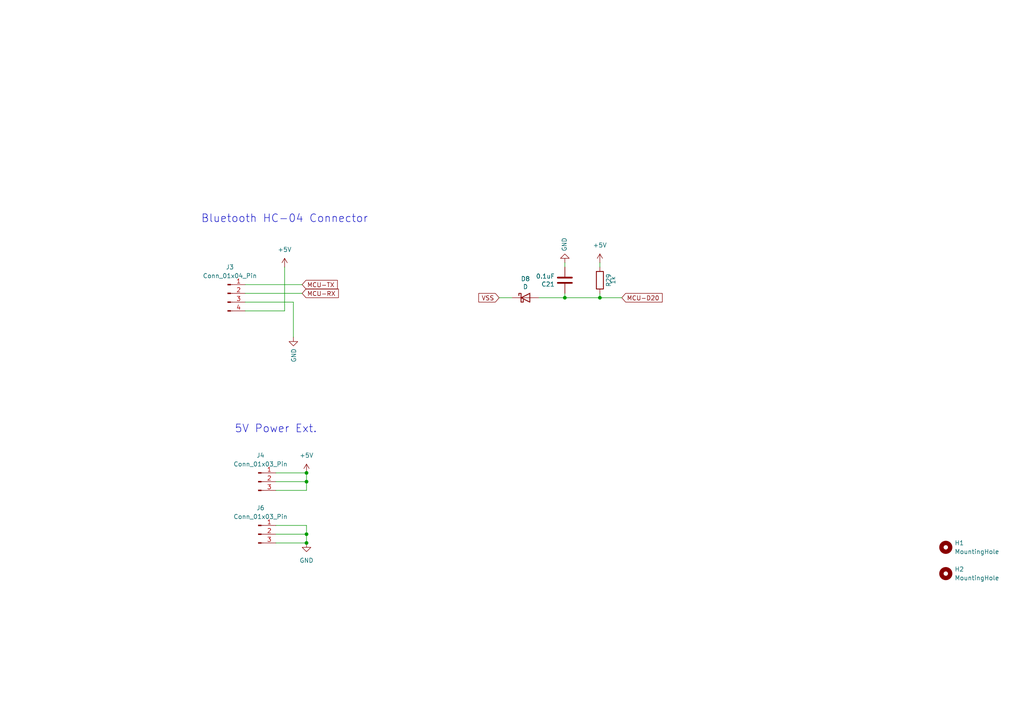
<source format=kicad_sch>
(kicad_sch
	(version 20231120)
	(generator "eeschema")
	(generator_version "8.0")
	(uuid "8157d124-2d50-496b-938e-51679b4425d5")
	(paper "A4")
	(lib_symbols
		(symbol "Connector:Conn_01x03_Pin"
			(pin_names
				(offset 1.016) hide)
			(exclude_from_sim no)
			(in_bom yes)
			(on_board yes)
			(property "Reference" "J"
				(at 0 5.08 0)
				(effects
					(font
						(size 1.27 1.27)
					)
				)
			)
			(property "Value" "Conn_01x03_Pin"
				(at 0 -5.08 0)
				(effects
					(font
						(size 1.27 1.27)
					)
				)
			)
			(property "Footprint" ""
				(at 0 0 0)
				(effects
					(font
						(size 1.27 1.27)
					)
					(hide yes)
				)
			)
			(property "Datasheet" "~"
				(at 0 0 0)
				(effects
					(font
						(size 1.27 1.27)
					)
					(hide yes)
				)
			)
			(property "Description" "Generic connector, single row, 01x03, script generated"
				(at 0 0 0)
				(effects
					(font
						(size 1.27 1.27)
					)
					(hide yes)
				)
			)
			(property "ki_locked" ""
				(at 0 0 0)
				(effects
					(font
						(size 1.27 1.27)
					)
				)
			)
			(property "ki_keywords" "connector"
				(at 0 0 0)
				(effects
					(font
						(size 1.27 1.27)
					)
					(hide yes)
				)
			)
			(property "ki_fp_filters" "Connector*:*_1x??_*"
				(at 0 0 0)
				(effects
					(font
						(size 1.27 1.27)
					)
					(hide yes)
				)
			)
			(symbol "Conn_01x03_Pin_1_1"
				(polyline
					(pts
						(xy 1.27 -2.54) (xy 0.8636 -2.54)
					)
					(stroke
						(width 0.1524)
						(type default)
					)
					(fill
						(type none)
					)
				)
				(polyline
					(pts
						(xy 1.27 0) (xy 0.8636 0)
					)
					(stroke
						(width 0.1524)
						(type default)
					)
					(fill
						(type none)
					)
				)
				(polyline
					(pts
						(xy 1.27 2.54) (xy 0.8636 2.54)
					)
					(stroke
						(width 0.1524)
						(type default)
					)
					(fill
						(type none)
					)
				)
				(rectangle
					(start 0.8636 -2.413)
					(end 0 -2.667)
					(stroke
						(width 0.1524)
						(type default)
					)
					(fill
						(type outline)
					)
				)
				(rectangle
					(start 0.8636 0.127)
					(end 0 -0.127)
					(stroke
						(width 0.1524)
						(type default)
					)
					(fill
						(type outline)
					)
				)
				(rectangle
					(start 0.8636 2.667)
					(end 0 2.413)
					(stroke
						(width 0.1524)
						(type default)
					)
					(fill
						(type outline)
					)
				)
				(pin passive line
					(at 5.08 2.54 180)
					(length 3.81)
					(name "Pin_1"
						(effects
							(font
								(size 1.27 1.27)
							)
						)
					)
					(number "1"
						(effects
							(font
								(size 1.27 1.27)
							)
						)
					)
				)
				(pin passive line
					(at 5.08 0 180)
					(length 3.81)
					(name "Pin_2"
						(effects
							(font
								(size 1.27 1.27)
							)
						)
					)
					(number "2"
						(effects
							(font
								(size 1.27 1.27)
							)
						)
					)
				)
				(pin passive line
					(at 5.08 -2.54 180)
					(length 3.81)
					(name "Pin_3"
						(effects
							(font
								(size 1.27 1.27)
							)
						)
					)
					(number "3"
						(effects
							(font
								(size 1.27 1.27)
							)
						)
					)
				)
			)
		)
		(symbol "Connector:Conn_01x04_Pin"
			(pin_names
				(offset 1.016) hide)
			(exclude_from_sim no)
			(in_bom yes)
			(on_board yes)
			(property "Reference" "J"
				(at 0 5.08 0)
				(effects
					(font
						(size 1.27 1.27)
					)
				)
			)
			(property "Value" "Conn_01x04_Pin"
				(at 0 -7.62 0)
				(effects
					(font
						(size 1.27 1.27)
					)
				)
			)
			(property "Footprint" ""
				(at 0 0 0)
				(effects
					(font
						(size 1.27 1.27)
					)
					(hide yes)
				)
			)
			(property "Datasheet" "~"
				(at 0 0 0)
				(effects
					(font
						(size 1.27 1.27)
					)
					(hide yes)
				)
			)
			(property "Description" "Generic connector, single row, 01x04, script generated"
				(at 0 0 0)
				(effects
					(font
						(size 1.27 1.27)
					)
					(hide yes)
				)
			)
			(property "ki_locked" ""
				(at 0 0 0)
				(effects
					(font
						(size 1.27 1.27)
					)
				)
			)
			(property "ki_keywords" "connector"
				(at 0 0 0)
				(effects
					(font
						(size 1.27 1.27)
					)
					(hide yes)
				)
			)
			(property "ki_fp_filters" "Connector*:*_1x??_*"
				(at 0 0 0)
				(effects
					(font
						(size 1.27 1.27)
					)
					(hide yes)
				)
			)
			(symbol "Conn_01x04_Pin_1_1"
				(polyline
					(pts
						(xy 1.27 -5.08) (xy 0.8636 -5.08)
					)
					(stroke
						(width 0.1524)
						(type default)
					)
					(fill
						(type none)
					)
				)
				(polyline
					(pts
						(xy 1.27 -2.54) (xy 0.8636 -2.54)
					)
					(stroke
						(width 0.1524)
						(type default)
					)
					(fill
						(type none)
					)
				)
				(polyline
					(pts
						(xy 1.27 0) (xy 0.8636 0)
					)
					(stroke
						(width 0.1524)
						(type default)
					)
					(fill
						(type none)
					)
				)
				(polyline
					(pts
						(xy 1.27 2.54) (xy 0.8636 2.54)
					)
					(stroke
						(width 0.1524)
						(type default)
					)
					(fill
						(type none)
					)
				)
				(rectangle
					(start 0.8636 -4.953)
					(end 0 -5.207)
					(stroke
						(width 0.1524)
						(type default)
					)
					(fill
						(type outline)
					)
				)
				(rectangle
					(start 0.8636 -2.413)
					(end 0 -2.667)
					(stroke
						(width 0.1524)
						(type default)
					)
					(fill
						(type outline)
					)
				)
				(rectangle
					(start 0.8636 0.127)
					(end 0 -0.127)
					(stroke
						(width 0.1524)
						(type default)
					)
					(fill
						(type outline)
					)
				)
				(rectangle
					(start 0.8636 2.667)
					(end 0 2.413)
					(stroke
						(width 0.1524)
						(type default)
					)
					(fill
						(type outline)
					)
				)
				(pin passive line
					(at 5.08 2.54 180)
					(length 3.81)
					(name "Pin_1"
						(effects
							(font
								(size 1.27 1.27)
							)
						)
					)
					(number "1"
						(effects
							(font
								(size 1.27 1.27)
							)
						)
					)
				)
				(pin passive line
					(at 5.08 0 180)
					(length 3.81)
					(name "Pin_2"
						(effects
							(font
								(size 1.27 1.27)
							)
						)
					)
					(number "2"
						(effects
							(font
								(size 1.27 1.27)
							)
						)
					)
				)
				(pin passive line
					(at 5.08 -2.54 180)
					(length 3.81)
					(name "Pin_3"
						(effects
							(font
								(size 1.27 1.27)
							)
						)
					)
					(number "3"
						(effects
							(font
								(size 1.27 1.27)
							)
						)
					)
				)
				(pin passive line
					(at 5.08 -5.08 180)
					(length 3.81)
					(name "Pin_4"
						(effects
							(font
								(size 1.27 1.27)
							)
						)
					)
					(number "4"
						(effects
							(font
								(size 1.27 1.27)
							)
						)
					)
				)
			)
		)
		(symbol "Device:C"
			(pin_numbers hide)
			(pin_names
				(offset 0.254)
			)
			(exclude_from_sim no)
			(in_bom yes)
			(on_board yes)
			(property "Reference" "C"
				(at 0.635 2.54 0)
				(effects
					(font
						(size 1.27 1.27)
					)
					(justify left)
				)
			)
			(property "Value" "C"
				(at 0.635 -2.54 0)
				(effects
					(font
						(size 1.27 1.27)
					)
					(justify left)
				)
			)
			(property "Footprint" ""
				(at 0.9652 -3.81 0)
				(effects
					(font
						(size 1.27 1.27)
					)
					(hide yes)
				)
			)
			(property "Datasheet" "~"
				(at 0 0 0)
				(effects
					(font
						(size 1.27 1.27)
					)
					(hide yes)
				)
			)
			(property "Description" "Unpolarized capacitor"
				(at 0 0 0)
				(effects
					(font
						(size 1.27 1.27)
					)
					(hide yes)
				)
			)
			(property "ki_keywords" "cap capacitor"
				(at 0 0 0)
				(effects
					(font
						(size 1.27 1.27)
					)
					(hide yes)
				)
			)
			(property "ki_fp_filters" "C_*"
				(at 0 0 0)
				(effects
					(font
						(size 1.27 1.27)
					)
					(hide yes)
				)
			)
			(symbol "C_0_1"
				(polyline
					(pts
						(xy -2.032 -0.762) (xy 2.032 -0.762)
					)
					(stroke
						(width 0.508)
						(type default)
					)
					(fill
						(type none)
					)
				)
				(polyline
					(pts
						(xy -2.032 0.762) (xy 2.032 0.762)
					)
					(stroke
						(width 0.508)
						(type default)
					)
					(fill
						(type none)
					)
				)
			)
			(symbol "C_1_1"
				(pin passive line
					(at 0 3.81 270)
					(length 2.794)
					(name "~"
						(effects
							(font
								(size 1.27 1.27)
							)
						)
					)
					(number "1"
						(effects
							(font
								(size 1.27 1.27)
							)
						)
					)
				)
				(pin passive line
					(at 0 -3.81 90)
					(length 2.794)
					(name "~"
						(effects
							(font
								(size 1.27 1.27)
							)
						)
					)
					(number "2"
						(effects
							(font
								(size 1.27 1.27)
							)
						)
					)
				)
			)
		)
		(symbol "Device:D_Schottky"
			(pin_numbers hide)
			(pin_names
				(offset 1.016) hide)
			(exclude_from_sim no)
			(in_bom yes)
			(on_board yes)
			(property "Reference" "D"
				(at 0 2.54 0)
				(effects
					(font
						(size 1.27 1.27)
					)
				)
			)
			(property "Value" "D_Schottky"
				(at 0 -2.54 0)
				(effects
					(font
						(size 1.27 1.27)
					)
				)
			)
			(property "Footprint" ""
				(at 0 0 0)
				(effects
					(font
						(size 1.27 1.27)
					)
					(hide yes)
				)
			)
			(property "Datasheet" "~"
				(at 0 0 0)
				(effects
					(font
						(size 1.27 1.27)
					)
					(hide yes)
				)
			)
			(property "Description" "Schottky diode"
				(at 0 0 0)
				(effects
					(font
						(size 1.27 1.27)
					)
					(hide yes)
				)
			)
			(property "ki_keywords" "diode Schottky"
				(at 0 0 0)
				(effects
					(font
						(size 1.27 1.27)
					)
					(hide yes)
				)
			)
			(property "ki_fp_filters" "TO-???* *_Diode_* *SingleDiode* D_*"
				(at 0 0 0)
				(effects
					(font
						(size 1.27 1.27)
					)
					(hide yes)
				)
			)
			(symbol "D_Schottky_0_1"
				(polyline
					(pts
						(xy 1.27 0) (xy -1.27 0)
					)
					(stroke
						(width 0)
						(type default)
					)
					(fill
						(type none)
					)
				)
				(polyline
					(pts
						(xy 1.27 1.27) (xy 1.27 -1.27) (xy -1.27 0) (xy 1.27 1.27)
					)
					(stroke
						(width 0.254)
						(type default)
					)
					(fill
						(type none)
					)
				)
				(polyline
					(pts
						(xy -1.905 0.635) (xy -1.905 1.27) (xy -1.27 1.27) (xy -1.27 -1.27) (xy -0.635 -1.27) (xy -0.635 -0.635)
					)
					(stroke
						(width 0.254)
						(type default)
					)
					(fill
						(type none)
					)
				)
			)
			(symbol "D_Schottky_1_1"
				(pin passive line
					(at -3.81 0 0)
					(length 2.54)
					(name "K"
						(effects
							(font
								(size 1.27 1.27)
							)
						)
					)
					(number "1"
						(effects
							(font
								(size 1.27 1.27)
							)
						)
					)
				)
				(pin passive line
					(at 3.81 0 180)
					(length 2.54)
					(name "A"
						(effects
							(font
								(size 1.27 1.27)
							)
						)
					)
					(number "2"
						(effects
							(font
								(size 1.27 1.27)
							)
						)
					)
				)
			)
		)
		(symbol "Device:R"
			(pin_numbers hide)
			(pin_names
				(offset 0)
			)
			(exclude_from_sim no)
			(in_bom yes)
			(on_board yes)
			(property "Reference" "R"
				(at 2.032 0 90)
				(effects
					(font
						(size 1.27 1.27)
					)
				)
			)
			(property "Value" "R"
				(at 0 0 90)
				(effects
					(font
						(size 1.27 1.27)
					)
				)
			)
			(property "Footprint" ""
				(at -1.778 0 90)
				(effects
					(font
						(size 1.27 1.27)
					)
					(hide yes)
				)
			)
			(property "Datasheet" "~"
				(at 0 0 0)
				(effects
					(font
						(size 1.27 1.27)
					)
					(hide yes)
				)
			)
			(property "Description" "Resistor"
				(at 0 0 0)
				(effects
					(font
						(size 1.27 1.27)
					)
					(hide yes)
				)
			)
			(property "ki_keywords" "R res resistor"
				(at 0 0 0)
				(effects
					(font
						(size 1.27 1.27)
					)
					(hide yes)
				)
			)
			(property "ki_fp_filters" "R_*"
				(at 0 0 0)
				(effects
					(font
						(size 1.27 1.27)
					)
					(hide yes)
				)
			)
			(symbol "R_0_1"
				(rectangle
					(start -1.016 -2.54)
					(end 1.016 2.54)
					(stroke
						(width 0.254)
						(type default)
					)
					(fill
						(type none)
					)
				)
			)
			(symbol "R_1_1"
				(pin passive line
					(at 0 3.81 270)
					(length 1.27)
					(name "~"
						(effects
							(font
								(size 1.27 1.27)
							)
						)
					)
					(number "1"
						(effects
							(font
								(size 1.27 1.27)
							)
						)
					)
				)
				(pin passive line
					(at 0 -3.81 90)
					(length 1.27)
					(name "~"
						(effects
							(font
								(size 1.27 1.27)
							)
						)
					)
					(number "2"
						(effects
							(font
								(size 1.27 1.27)
							)
						)
					)
				)
			)
		)
		(symbol "Mechanical:MountingHole"
			(pin_names
				(offset 1.016)
			)
			(exclude_from_sim yes)
			(in_bom no)
			(on_board yes)
			(property "Reference" "H"
				(at 0 5.08 0)
				(effects
					(font
						(size 1.27 1.27)
					)
				)
			)
			(property "Value" "MountingHole"
				(at 0 3.175 0)
				(effects
					(font
						(size 1.27 1.27)
					)
				)
			)
			(property "Footprint" ""
				(at 0 0 0)
				(effects
					(font
						(size 1.27 1.27)
					)
					(hide yes)
				)
			)
			(property "Datasheet" "~"
				(at 0 0 0)
				(effects
					(font
						(size 1.27 1.27)
					)
					(hide yes)
				)
			)
			(property "Description" "Mounting Hole without connection"
				(at 0 0 0)
				(effects
					(font
						(size 1.27 1.27)
					)
					(hide yes)
				)
			)
			(property "ki_keywords" "mounting hole"
				(at 0 0 0)
				(effects
					(font
						(size 1.27 1.27)
					)
					(hide yes)
				)
			)
			(property "ki_fp_filters" "MountingHole*"
				(at 0 0 0)
				(effects
					(font
						(size 1.27 1.27)
					)
					(hide yes)
				)
			)
			(symbol "MountingHole_0_1"
				(circle
					(center 0 0)
					(radius 1.27)
					(stroke
						(width 1.27)
						(type default)
					)
					(fill
						(type none)
					)
				)
			)
		)
		(symbol "power:+5V"
			(power)
			(pin_numbers hide)
			(pin_names
				(offset 0) hide)
			(exclude_from_sim no)
			(in_bom yes)
			(on_board yes)
			(property "Reference" "#PWR"
				(at 0 -3.81 0)
				(effects
					(font
						(size 1.27 1.27)
					)
					(hide yes)
				)
			)
			(property "Value" "+5V"
				(at 0 3.556 0)
				(effects
					(font
						(size 1.27 1.27)
					)
				)
			)
			(property "Footprint" ""
				(at 0 0 0)
				(effects
					(font
						(size 1.27 1.27)
					)
					(hide yes)
				)
			)
			(property "Datasheet" ""
				(at 0 0 0)
				(effects
					(font
						(size 1.27 1.27)
					)
					(hide yes)
				)
			)
			(property "Description" "Power symbol creates a global label with name \"+5V\""
				(at 0 0 0)
				(effects
					(font
						(size 1.27 1.27)
					)
					(hide yes)
				)
			)
			(property "ki_keywords" "global power"
				(at 0 0 0)
				(effects
					(font
						(size 1.27 1.27)
					)
					(hide yes)
				)
			)
			(symbol "+5V_0_1"
				(polyline
					(pts
						(xy -0.762 1.27) (xy 0 2.54)
					)
					(stroke
						(width 0)
						(type default)
					)
					(fill
						(type none)
					)
				)
				(polyline
					(pts
						(xy 0 0) (xy 0 2.54)
					)
					(stroke
						(width 0)
						(type default)
					)
					(fill
						(type none)
					)
				)
				(polyline
					(pts
						(xy 0 2.54) (xy 0.762 1.27)
					)
					(stroke
						(width 0)
						(type default)
					)
					(fill
						(type none)
					)
				)
			)
			(symbol "+5V_1_1"
				(pin power_in line
					(at 0 0 90)
					(length 0)
					(name "~"
						(effects
							(font
								(size 1.27 1.27)
							)
						)
					)
					(number "1"
						(effects
							(font
								(size 1.27 1.27)
							)
						)
					)
				)
			)
		)
		(symbol "power:GND"
			(power)
			(pin_numbers hide)
			(pin_names
				(offset 0) hide)
			(exclude_from_sim no)
			(in_bom yes)
			(on_board yes)
			(property "Reference" "#PWR"
				(at 0 -6.35 0)
				(effects
					(font
						(size 1.27 1.27)
					)
					(hide yes)
				)
			)
			(property "Value" "GND"
				(at 0 -3.81 0)
				(effects
					(font
						(size 1.27 1.27)
					)
				)
			)
			(property "Footprint" ""
				(at 0 0 0)
				(effects
					(font
						(size 1.27 1.27)
					)
					(hide yes)
				)
			)
			(property "Datasheet" ""
				(at 0 0 0)
				(effects
					(font
						(size 1.27 1.27)
					)
					(hide yes)
				)
			)
			(property "Description" "Power symbol creates a global label with name \"GND\" , ground"
				(at 0 0 0)
				(effects
					(font
						(size 1.27 1.27)
					)
					(hide yes)
				)
			)
			(property "ki_keywords" "global power"
				(at 0 0 0)
				(effects
					(font
						(size 1.27 1.27)
					)
					(hide yes)
				)
			)
			(symbol "GND_0_1"
				(polyline
					(pts
						(xy 0 0) (xy 0 -1.27) (xy 1.27 -1.27) (xy 0 -2.54) (xy -1.27 -1.27) (xy 0 -1.27)
					)
					(stroke
						(width 0)
						(type default)
					)
					(fill
						(type none)
					)
				)
			)
			(symbol "GND_1_1"
				(pin power_in line
					(at 0 0 270)
					(length 0)
					(name "~"
						(effects
							(font
								(size 1.27 1.27)
							)
						)
					)
					(number "1"
						(effects
							(font
								(size 1.27 1.27)
							)
						)
					)
				)
			)
		)
	)
	(junction
		(at 163.83 86.36)
		(diameter 0)
		(color 0 0 0 0)
		(uuid "0d075aa5-e6fc-426f-9997-7d2c1b88a6ad")
	)
	(junction
		(at 88.9 154.94)
		(diameter 0)
		(color 0 0 0 0)
		(uuid "2b5033c8-604c-402b-aca7-2152f4a0c7fb")
	)
	(junction
		(at 88.9 139.7)
		(diameter 0)
		(color 0 0 0 0)
		(uuid "7edca565-a7b9-47d3-b140-663ffe6f506d")
	)
	(junction
		(at 88.9 157.48)
		(diameter 0)
		(color 0 0 0 0)
		(uuid "83d64646-ca54-4e6c-9c28-558122062bc4")
	)
	(junction
		(at 88.9 137.16)
		(diameter 0)
		(color 0 0 0 0)
		(uuid "8aa4ccb3-19b0-4e61-891d-d608e814add0")
	)
	(junction
		(at 173.99 86.36)
		(diameter 0)
		(color 0 0 0 0)
		(uuid "f4fc8650-f1d3-443e-9882-6159435e5430")
	)
	(wire
		(pts
			(xy 80.01 142.24) (xy 88.9 142.24)
		)
		(stroke
			(width 0)
			(type default)
		)
		(uuid "0f2b44e2-c8ef-4453-b30f-e80f9fc4f6b4")
	)
	(wire
		(pts
			(xy 80.01 157.48) (xy 88.9 157.48)
		)
		(stroke
			(width 0)
			(type default)
		)
		(uuid "2d1014c3-17ed-43c2-9724-321708c2ccfc")
	)
	(wire
		(pts
			(xy 80.01 137.16) (xy 88.9 137.16)
		)
		(stroke
			(width 0)
			(type default)
		)
		(uuid "2e07b8f0-8bad-4c42-98c7-f57e8ef655a5")
	)
	(wire
		(pts
			(xy 173.99 85.09) (xy 173.99 86.36)
		)
		(stroke
			(width 0)
			(type default)
		)
		(uuid "38eef26e-a5e3-47fd-9e35-4afad7cad984")
	)
	(wire
		(pts
			(xy 88.9 154.94) (xy 88.9 152.4)
		)
		(stroke
			(width 0)
			(type default)
		)
		(uuid "3d62756f-c007-4abe-9766-8ff8e677749e")
	)
	(wire
		(pts
			(xy 82.55 77.47) (xy 82.55 90.17)
		)
		(stroke
			(width 0)
			(type default)
		)
		(uuid "583684b8-9ae8-4b0e-91df-e6885a23d7c3")
	)
	(wire
		(pts
			(xy 80.01 154.94) (xy 88.9 154.94)
		)
		(stroke
			(width 0)
			(type default)
		)
		(uuid "5a101299-f3b4-4015-a38f-be5a36f8707f")
	)
	(wire
		(pts
			(xy 71.12 82.55) (xy 87.63 82.55)
		)
		(stroke
			(width 0)
			(type default)
		)
		(uuid "5b6872fb-1b0d-4243-9328-70563d3dbfcb")
	)
	(wire
		(pts
			(xy 163.83 86.36) (xy 163.83 85.09)
		)
		(stroke
			(width 0)
			(type default)
		)
		(uuid "5e25a40e-431c-40c9-9519-e232ce981428")
	)
	(wire
		(pts
			(xy 88.9 154.94) (xy 88.9 157.48)
		)
		(stroke
			(width 0)
			(type default)
		)
		(uuid "6b8c76c0-105b-4ef2-8cc0-e64dd04b521a")
	)
	(wire
		(pts
			(xy 88.9 142.24) (xy 88.9 139.7)
		)
		(stroke
			(width 0)
			(type default)
		)
		(uuid "6fe2b2c0-5699-42b4-8639-323b78f34c0c")
	)
	(wire
		(pts
			(xy 173.99 76.2) (xy 173.99 77.47)
		)
		(stroke
			(width 0)
			(type default)
		)
		(uuid "9abd7f18-1b91-48b6-b1e2-40dc4290b8d9")
	)
	(wire
		(pts
			(xy 71.12 90.17) (xy 82.55 90.17)
		)
		(stroke
			(width 0)
			(type default)
		)
		(uuid "a5dd3526-e61c-4513-aada-e555f5b132b0")
	)
	(wire
		(pts
			(xy 88.9 139.7) (xy 88.9 137.16)
		)
		(stroke
			(width 0)
			(type default)
		)
		(uuid "a8814804-645c-43c4-b48c-0ad884baa12b")
	)
	(wire
		(pts
			(xy 173.99 86.36) (xy 180.34 86.36)
		)
		(stroke
			(width 0)
			(type default)
		)
		(uuid "b5fc3bc9-3e55-4ac6-83c1-8ad1c2d44987")
	)
	(wire
		(pts
			(xy 85.09 87.63) (xy 85.09 97.79)
		)
		(stroke
			(width 0)
			(type default)
		)
		(uuid "bdf04894-7a76-4818-853e-71fa8d95fed3")
	)
	(wire
		(pts
			(xy 88.9 152.4) (xy 80.01 152.4)
		)
		(stroke
			(width 0)
			(type default)
		)
		(uuid "d30bf6d9-b4d7-4d77-8bbb-cb053e606f60")
	)
	(wire
		(pts
			(xy 156.21 86.36) (xy 163.83 86.36)
		)
		(stroke
			(width 0)
			(type default)
		)
		(uuid "d4ed5bb6-4e87-44ae-b5b1-4d1c7b28956f")
	)
	(wire
		(pts
			(xy 71.12 85.09) (xy 87.63 85.09)
		)
		(stroke
			(width 0)
			(type default)
		)
		(uuid "d6916582-3dcd-44ca-a427-bb3cf7973c63")
	)
	(wire
		(pts
			(xy 163.83 86.36) (xy 173.99 86.36)
		)
		(stroke
			(width 0)
			(type default)
		)
		(uuid "d6cbae5f-bd21-4e45-a140-bd28b6c728e2")
	)
	(wire
		(pts
			(xy 144.78 86.36) (xy 148.59 86.36)
		)
		(stroke
			(width 0)
			(type default)
		)
		(uuid "dbff2093-ee5c-4b42-9239-35fc2dbfb859")
	)
	(wire
		(pts
			(xy 163.83 76.2) (xy 163.83 77.47)
		)
		(stroke
			(width 0)
			(type default)
		)
		(uuid "e55883b5-4670-471d-b76f-fdd16ee4c376")
	)
	(wire
		(pts
			(xy 80.01 139.7) (xy 88.9 139.7)
		)
		(stroke
			(width 0)
			(type default)
		)
		(uuid "ee5b7bb8-7619-48fd-8998-58770e89c5c2")
	)
	(wire
		(pts
			(xy 71.12 87.63) (xy 85.09 87.63)
		)
		(stroke
			(width 0)
			(type default)
		)
		(uuid "f5a78cbf-c929-4a8d-8ce0-c4f32c87e8ee")
	)
	(text "Bluetooth HC-04 Connector"
		(exclude_from_sim no)
		(at 82.55 63.5 0)
		(effects
			(font
				(size 2.2606 2.2606)
			)
		)
		(uuid "0d1c9f6f-4541-4981-906d-b6ea31e2024d")
	)
	(text "5V Power Ext."
		(exclude_from_sim no)
		(at 80.01 124.46 0)
		(effects
			(font
				(size 2.2606 2.2606)
			)
		)
		(uuid "271dcd50-aee3-43a1-9b25-675232c7952b")
	)
	(global_label "MCU-D20"
		(shape input)
		(at 180.34 86.36 0)
		(effects
			(font
				(size 1.27 1.27)
			)
			(justify left)
		)
		(uuid "13941997-3bb4-4337-a02d-b68669128efc")
		(property "Intersheetrefs" "${INTERSHEET_REFS}"
			(at 180.34 86.36 0)
			(effects
				(font
					(size 1.27 1.27)
				)
				(hide yes)
			)
		)
	)
	(global_label "MCU-TX"
		(shape input)
		(at 87.63 82.55 0)
		(fields_autoplaced yes)
		(effects
			(font
				(size 1.27 1.27)
			)
			(justify left)
		)
		(uuid "20398278-bdc4-43e5-83d5-196e194052a1")
		(property "Intersheetrefs" "${INTERSHEET_REFS}"
			(at 98.4166 82.55 0)
			(effects
				(font
					(size 1.27 1.27)
				)
				(justify left)
				(hide yes)
			)
		)
	)
	(global_label "MCU-RX"
		(shape input)
		(at 87.63 85.09 0)
		(fields_autoplaced yes)
		(effects
			(font
				(size 1.27 1.27)
			)
			(justify left)
		)
		(uuid "9217f014-5b4d-4615-a5e9-1961399f044c")
		(property "Intersheetrefs" "${INTERSHEET_REFS}"
			(at 98.719 85.09 0)
			(effects
				(font
					(size 1.27 1.27)
				)
				(justify left)
				(hide yes)
			)
		)
	)
	(global_label "VSS"
		(shape input)
		(at 144.78 86.36 180)
		(effects
			(font
				(size 1.27 1.27)
			)
			(justify right)
		)
		(uuid "bc63c4b0-dcfc-44cd-8314-b85a6437e186")
		(property "Intersheetrefs" "${INTERSHEET_REFS}"
			(at 144.78 86.36 0)
			(effects
				(font
					(size 1.27 1.27)
				)
				(hide yes)
			)
		)
	)
	(symbol
		(lib_id "power:+5V")
		(at 88.9 137.16 0)
		(unit 1)
		(exclude_from_sim no)
		(in_bom yes)
		(on_board yes)
		(dnp no)
		(fields_autoplaced yes)
		(uuid "2c30da78-9a2d-4901-8501-17253eee23cc")
		(property "Reference" "#PWR079"
			(at 88.9 140.97 0)
			(effects
				(font
					(size 1.27 1.27)
				)
				(hide yes)
			)
		)
		(property "Value" "+5V"
			(at 88.9 132.08 0)
			(effects
				(font
					(size 1.27 1.27)
				)
			)
		)
		(property "Footprint" ""
			(at 88.9 137.16 0)
			(effects
				(font
					(size 1.27 1.27)
				)
				(hide yes)
			)
		)
		(property "Datasheet" ""
			(at 88.9 137.16 0)
			(effects
				(font
					(size 1.27 1.27)
				)
				(hide yes)
			)
		)
		(property "Description" "Power symbol creates a global label with name \"+5V\""
			(at 88.9 137.16 0)
			(effects
				(font
					(size 1.27 1.27)
				)
				(hide yes)
			)
		)
		(pin "1"
			(uuid "38cc1655-e5c9-4a5c-ab55-cf90404e5162")
		)
		(instances
			(project "miatuino"
				(path "/329447bb-9635-4655-82bd-882420dc65dc/4719067f-c5a8-4b3f-b732-f20d62afbea1"
					(reference "#PWR079")
					(unit 1)
				)
			)
		)
	)
	(symbol
		(lib_id "Mechanical:MountingHole")
		(at 274.32 166.37 0)
		(unit 1)
		(exclude_from_sim yes)
		(in_bom no)
		(on_board yes)
		(dnp no)
		(fields_autoplaced yes)
		(uuid "43d55f8c-1a9b-4cd0-b814-a643ec4ad19c")
		(property "Reference" "H2"
			(at 276.86 165.0999 0)
			(effects
				(font
					(size 1.27 1.27)
				)
				(justify left)
			)
		)
		(property "Value" "MountingHole"
			(at 276.86 167.6399 0)
			(effects
				(font
					(size 1.27 1.27)
				)
				(justify left)
			)
		)
		(property "Footprint" "MountingHole:MountingHole_3.2mm_M3_DIN965_Pad"
			(at 274.32 166.37 0)
			(effects
				(font
					(size 1.27 1.27)
				)
				(hide yes)
			)
		)
		(property "Datasheet" "~"
			(at 274.32 166.37 0)
			(effects
				(font
					(size 1.27 1.27)
				)
				(hide yes)
			)
		)
		(property "Description" "Mounting Hole without connection"
			(at 274.32 166.37 0)
			(effects
				(font
					(size 1.27 1.27)
				)
				(hide yes)
			)
		)
		(instances
			(project "miatuino"
				(path "/329447bb-9635-4655-82bd-882420dc65dc/4719067f-c5a8-4b3f-b732-f20d62afbea1"
					(reference "H2")
					(unit 1)
				)
			)
		)
	)
	(symbol
		(lib_id "power:+5V")
		(at 173.99 76.2 0)
		(unit 1)
		(exclude_from_sim no)
		(in_bom yes)
		(on_board yes)
		(dnp no)
		(fields_autoplaced yes)
		(uuid "56994ca3-78e9-487a-8d5c-c3806501a831")
		(property "Reference" "#PWR051"
			(at 173.99 80.01 0)
			(effects
				(font
					(size 1.27 1.27)
				)
				(hide yes)
			)
		)
		(property "Value" "+5V"
			(at 173.99 71.12 0)
			(effects
				(font
					(size 1.27 1.27)
				)
			)
		)
		(property "Footprint" ""
			(at 173.99 76.2 0)
			(effects
				(font
					(size 1.27 1.27)
				)
				(hide yes)
			)
		)
		(property "Datasheet" ""
			(at 173.99 76.2 0)
			(effects
				(font
					(size 1.27 1.27)
				)
				(hide yes)
			)
		)
		(property "Description" "Power symbol creates a global label with name \"+5V\""
			(at 173.99 76.2 0)
			(effects
				(font
					(size 1.27 1.27)
				)
				(hide yes)
			)
		)
		(pin "1"
			(uuid "64adcc2e-15c9-4d21-b112-597fb589407e")
		)
		(instances
			(project "miatuino"
				(path "/329447bb-9635-4655-82bd-882420dc65dc/4719067f-c5a8-4b3f-b732-f20d62afbea1"
					(reference "#PWR051")
					(unit 1)
				)
			)
		)
	)
	(symbol
		(lib_id "Connector:Conn_01x03_Pin")
		(at 74.93 139.7 0)
		(unit 1)
		(exclude_from_sim no)
		(in_bom yes)
		(on_board yes)
		(dnp no)
		(fields_autoplaced yes)
		(uuid "781119c3-82c9-45e1-8f3c-bc6e77755154")
		(property "Reference" "J4"
			(at 75.565 132.08 0)
			(effects
				(font
					(size 1.27 1.27)
				)
			)
		)
		(property "Value" "Conn_01x03_Pin"
			(at 75.565 134.62 0)
			(effects
				(font
					(size 1.27 1.27)
				)
			)
		)
		(property "Footprint" "Connector_PinHeader_2.54mm:PinHeader_1x03_P2.54mm_Vertical"
			(at 74.93 139.7 0)
			(effects
				(font
					(size 1.27 1.27)
				)
				(hide yes)
			)
		)
		(property "Datasheet" "~"
			(at 74.93 139.7 0)
			(effects
				(font
					(size 1.27 1.27)
				)
				(hide yes)
			)
		)
		(property "Description" "Generic connector, single row, 01x03, script generated"
			(at 74.93 139.7 0)
			(effects
				(font
					(size 1.27 1.27)
				)
				(hide yes)
			)
		)
		(pin "3"
			(uuid "8e2449a3-460a-4bd8-a000-0a1efef188ba")
		)
		(pin "1"
			(uuid "3fe1f403-97b3-4cae-92e0-187d834b100d")
		)
		(pin "2"
			(uuid "f9821293-6cf6-4155-bc53-39df44792bea")
		)
		(instances
			(project "miatuino"
				(path "/329447bb-9635-4655-82bd-882420dc65dc/4719067f-c5a8-4b3f-b732-f20d62afbea1"
					(reference "J4")
					(unit 1)
				)
			)
		)
	)
	(symbol
		(lib_id "power:GND")
		(at 163.83 76.2 180)
		(unit 1)
		(exclude_from_sim no)
		(in_bom yes)
		(on_board yes)
		(dnp no)
		(uuid "848abc5d-118c-4537-8e88-c5eb5eb3efee")
		(property "Reference" "#PWR050"
			(at 163.83 69.85 0)
			(effects
				(font
					(size 1.27 1.27)
				)
				(hide yes)
			)
		)
		(property "Value" "GND"
			(at 163.703 72.9488 90)
			(effects
				(font
					(size 1.27 1.27)
				)
				(justify right)
			)
		)
		(property "Footprint" ""
			(at 163.83 76.2 0)
			(effects
				(font
					(size 1.27 1.27)
				)
				(hide yes)
			)
		)
		(property "Datasheet" ""
			(at 163.83 76.2 0)
			(effects
				(font
					(size 1.27 1.27)
				)
				(hide yes)
			)
		)
		(property "Description" "Power symbol creates a global label with name \"GND\" , ground"
			(at 163.83 76.2 0)
			(effects
				(font
					(size 1.27 1.27)
				)
				(hide yes)
			)
		)
		(pin "1"
			(uuid "ad38680d-05a7-4964-bc43-2636e7a7aa5a")
		)
		(instances
			(project "miatuino"
				(path "/329447bb-9635-4655-82bd-882420dc65dc/4719067f-c5a8-4b3f-b732-f20d62afbea1"
					(reference "#PWR050")
					(unit 1)
				)
			)
		)
	)
	(symbol
		(lib_id "Device:D_Schottky")
		(at 152.4 86.36 0)
		(unit 1)
		(exclude_from_sim no)
		(in_bom yes)
		(on_board yes)
		(dnp no)
		(uuid "862498fe-e8cf-470c-9df6-885ab8ef600d")
		(property "Reference" "D8"
			(at 152.4 80.8736 0)
			(effects
				(font
					(size 1.27 1.27)
				)
			)
		)
		(property "Value" "D"
			(at 152.4 83.185 0)
			(effects
				(font
					(size 1.27 1.27)
				)
			)
		)
		(property "Footprint" "Diode_THT:D_T-1_P5.08mm_Horizontal"
			(at 152.4 86.36 0)
			(effects
				(font
					(size 1.27 1.27)
				)
				(hide yes)
			)
		)
		(property "Datasheet" "~"
			(at 152.4 86.36 0)
			(effects
				(font
					(size 1.27 1.27)
				)
				(hide yes)
			)
		)
		(property "Description" ""
			(at 152.4 86.36 0)
			(effects
				(font
					(size 1.27 1.27)
				)
				(hide yes)
			)
		)
		(property "Digikey Part Number" "1N4448WXTPMSCT-ND"
			(at 152.4 86.36 0)
			(effects
				(font
					(size 1.27 1.27)
				)
				(hide yes)
			)
		)
		(property "Manufacturer_Name" "Micro Commercial Co"
			(at 152.4 86.36 0)
			(effects
				(font
					(size 1.27 1.27)
				)
				(hide yes)
			)
		)
		(property "Manufacturer_Part_Number" "1N4448WX-TP"
			(at 152.4 86.36 0)
			(effects
				(font
					(size 1.27 1.27)
				)
				(hide yes)
			)
		)
		(property "URL" "https://www.digikey.com/product-detail/en/micro-commercial-co/1N4448WX-TP/1N4448WXTPMSCT-ND/789338"
			(at 152.4 86.36 0)
			(effects
				(font
					(size 1.27 1.27)
				)
				(hide yes)
			)
		)
		(pin "2"
			(uuid "c1ba9928-a68a-44da-82be-076e59578a1b")
		)
		(pin "1"
			(uuid "86d7ff46-0c9a-4c90-b0f4-777c0b50079d")
		)
		(instances
			(project "miatuino"
				(path "/329447bb-9635-4655-82bd-882420dc65dc/4719067f-c5a8-4b3f-b732-f20d62afbea1"
					(reference "D8")
					(unit 1)
				)
			)
		)
	)
	(symbol
		(lib_id "power:+5V")
		(at 82.55 77.47 0)
		(unit 1)
		(exclude_from_sim no)
		(in_bom yes)
		(on_board yes)
		(dnp no)
		(fields_autoplaced yes)
		(uuid "983d87b3-4d29-41d6-b97b-b6c2bd6c13f6")
		(property "Reference" "#PWR048"
			(at 82.55 81.28 0)
			(effects
				(font
					(size 1.27 1.27)
				)
				(hide yes)
			)
		)
		(property "Value" "+5V"
			(at 82.55 72.39 0)
			(effects
				(font
					(size 1.27 1.27)
				)
			)
		)
		(property "Footprint" ""
			(at 82.55 77.47 0)
			(effects
				(font
					(size 1.27 1.27)
				)
				(hide yes)
			)
		)
		(property "Datasheet" ""
			(at 82.55 77.47 0)
			(effects
				(font
					(size 1.27 1.27)
				)
				(hide yes)
			)
		)
		(property "Description" "Power symbol creates a global label with name \"+5V\""
			(at 82.55 77.47 0)
			(effects
				(font
					(size 1.27 1.27)
				)
				(hide yes)
			)
		)
		(pin "1"
			(uuid "d32f5f72-d802-41dc-a9a1-1e663dcedd49")
		)
		(instances
			(project "miatuino"
				(path "/329447bb-9635-4655-82bd-882420dc65dc/4719067f-c5a8-4b3f-b732-f20d62afbea1"
					(reference "#PWR048")
					(unit 1)
				)
			)
		)
	)
	(symbol
		(lib_id "Device:C")
		(at 163.83 81.28 180)
		(unit 1)
		(exclude_from_sim no)
		(in_bom yes)
		(on_board yes)
		(dnp no)
		(uuid "a2f6ccc1-ddd0-4c6b-b67d-02c79430d08a")
		(property "Reference" "C21"
			(at 160.909 82.4484 0)
			(effects
				(font
					(size 1.27 1.27)
				)
				(justify left)
			)
		)
		(property "Value" "0.1uF"
			(at 160.909 80.137 0)
			(effects
				(font
					(size 1.27 1.27)
				)
				(justify left)
			)
		)
		(property "Footprint" "Capacitor_THT:C_Disc_D4.7mm_W2.5mm_P5.00mm"
			(at 162.8648 77.47 0)
			(effects
				(font
					(size 1.27 1.27)
				)
				(hide yes)
			)
		)
		(property "Datasheet" "~"
			(at 163.83 81.28 0)
			(effects
				(font
					(size 1.27 1.27)
				)
				(hide yes)
			)
		)
		(property "Description" ""
			(at 163.83 81.28 0)
			(effects
				(font
					(size 1.27 1.27)
				)
				(hide yes)
			)
		)
		(property "Manufacturer_Name" "Yageo"
			(at 311.15 15.24 0)
			(effects
				(font
					(size 1.27 1.27)
				)
				(hide yes)
			)
		)
		(property "Manufacturer_Part_Number" "CC0805KRX7R9BB104"
			(at 311.15 15.24 0)
			(effects
				(font
					(size 1.27 1.27)
				)
				(hide yes)
			)
		)
		(property "Part #" "CC0805KRX7R9BB104"
			(at 311.15 15.24 0)
			(effects
				(font
					(size 1.27 1.27)
				)
				(hide yes)
			)
		)
		(property "URL" "https://www.digikey.com.au/product-detail/en/yageo/CC0805KRX7R9BB104/311-1140-1-ND/303050"
			(at 311.15 15.24 0)
			(effects
				(font
					(size 1.27 1.27)
				)
				(hide yes)
			)
		)
		(property "Digikey Part Number" "311-1140-1-ND"
			(at 311.15 15.24 0)
			(effects
				(font
					(size 1.27 1.27)
				)
				(hide yes)
			)
		)
		(pin "1"
			(uuid "c7246292-89b4-40cb-a1f3-6f47cdc10f88")
		)
		(pin "2"
			(uuid "fe02aef8-46f5-4aa9-8710-3ac1d3400f5b")
		)
		(instances
			(project "miatuino"
				(path "/329447bb-9635-4655-82bd-882420dc65dc/4719067f-c5a8-4b3f-b732-f20d62afbea1"
					(reference "C21")
					(unit 1)
				)
			)
		)
	)
	(symbol
		(lib_id "Connector:Conn_01x04_Pin")
		(at 66.04 85.09 0)
		(unit 1)
		(exclude_from_sim no)
		(in_bom yes)
		(on_board yes)
		(dnp no)
		(fields_autoplaced yes)
		(uuid "a3b1abff-0ae7-46d8-b94a-33b8551738e3")
		(property "Reference" "J3"
			(at 66.675 77.47 0)
			(effects
				(font
					(size 1.27 1.27)
				)
			)
		)
		(property "Value" "Conn_01x04_Pin"
			(at 66.675 80.01 0)
			(effects
				(font
					(size 1.27 1.27)
				)
			)
		)
		(property "Footprint" "Connector_PinSocket_2.54mm:PinSocket_1x04_P2.54mm_Vertical"
			(at 66.04 85.09 0)
			(effects
				(font
					(size 1.27 1.27)
				)
				(hide yes)
			)
		)
		(property "Datasheet" "~"
			(at 66.04 85.09 0)
			(effects
				(font
					(size 1.27 1.27)
				)
				(hide yes)
			)
		)
		(property "Description" "Generic connector, single row, 01x04, script generated"
			(at 66.04 85.09 0)
			(effects
				(font
					(size 1.27 1.27)
				)
				(hide yes)
			)
		)
		(pin "4"
			(uuid "a9e30aa4-79c4-4a8e-9645-b288ebdfe360")
		)
		(pin "1"
			(uuid "6c6ef852-8641-4779-9ea0-7d878b096e91")
		)
		(pin "2"
			(uuid "1d590371-eae1-40ac-b101-96e6eb292c41")
		)
		(pin "3"
			(uuid "b6017a52-a602-424b-bb08-4190b8a2ba5a")
		)
		(instances
			(project "miatuino"
				(path "/329447bb-9635-4655-82bd-882420dc65dc/4719067f-c5a8-4b3f-b732-f20d62afbea1"
					(reference "J3")
					(unit 1)
				)
			)
		)
	)
	(symbol
		(lib_id "Connector:Conn_01x03_Pin")
		(at 74.93 154.94 0)
		(unit 1)
		(exclude_from_sim no)
		(in_bom yes)
		(on_board yes)
		(dnp no)
		(fields_autoplaced yes)
		(uuid "b05b2cf9-9003-42b9-979d-117b2db36821")
		(property "Reference" "J6"
			(at 75.565 147.32 0)
			(effects
				(font
					(size 1.27 1.27)
				)
			)
		)
		(property "Value" "Conn_01x03_Pin"
			(at 75.565 149.86 0)
			(effects
				(font
					(size 1.27 1.27)
				)
			)
		)
		(property "Footprint" "Connector_PinHeader_2.54mm:PinHeader_1x03_P2.54mm_Vertical"
			(at 74.93 154.94 0)
			(effects
				(font
					(size 1.27 1.27)
				)
				(hide yes)
			)
		)
		(property "Datasheet" "~"
			(at 74.93 154.94 0)
			(effects
				(font
					(size 1.27 1.27)
				)
				(hide yes)
			)
		)
		(property "Description" "Generic connector, single row, 01x03, script generated"
			(at 74.93 154.94 0)
			(effects
				(font
					(size 1.27 1.27)
				)
				(hide yes)
			)
		)
		(pin "3"
			(uuid "ca6e3f66-893a-4999-8079-d67a880bb19f")
		)
		(pin "1"
			(uuid "b11366f9-5831-4486-95a2-f68651d9ee18")
		)
		(pin "2"
			(uuid "70beaf8a-5697-4a2d-8332-d937e04905f0")
		)
		(instances
			(project "miatuino"
				(path "/329447bb-9635-4655-82bd-882420dc65dc/4719067f-c5a8-4b3f-b732-f20d62afbea1"
					(reference "J6")
					(unit 1)
				)
			)
		)
	)
	(symbol
		(lib_id "Device:R")
		(at 173.99 81.28 0)
		(unit 1)
		(exclude_from_sim no)
		(in_bom yes)
		(on_board yes)
		(dnp no)
		(uuid "d406b5f2-4809-487b-ba4f-f36f63dbb3fd")
		(property "Reference" "R29"
			(at 176.53 81.28 90)
			(effects
				(font
					(size 1.27 1.27)
				)
			)
		)
		(property "Value" "1k"
			(at 177.8 81.28 90)
			(effects
				(font
					(size 1.27 1.27)
				)
			)
		)
		(property "Footprint" "Resistor_THT:R_Axial_DIN0207_L6.3mm_D2.5mm_P7.62mm_Horizontal"
			(at 172.212 81.28 90)
			(effects
				(font
					(size 1.27 1.27)
				)
				(hide yes)
			)
		)
		(property "Datasheet" "~"
			(at 173.99 81.28 0)
			(effects
				(font
					(size 1.27 1.27)
				)
				(hide yes)
			)
		)
		(property "Description" ""
			(at 173.99 81.28 0)
			(effects
				(font
					(size 1.27 1.27)
				)
				(hide yes)
			)
		)
		(property "Manufacturer_Name" "Yageo"
			(at 15.24 158.75 0)
			(effects
				(font
					(size 1.27 1.27)
				)
				(hide yes)
			)
		)
		(property "Manufacturer_Part_Number" "RC0805FR-071KL"
			(at 15.24 158.75 0)
			(effects
				(font
					(size 1.27 1.27)
				)
				(hide yes)
			)
		)
		(property "URL" "https://www.digikey.com/product-detail/en/yageo/RC0805FR-071KL/311-1.00KCRCT-ND/730391"
			(at 15.24 158.75 0)
			(effects
				(font
					(size 1.27 1.27)
				)
				(hide yes)
			)
		)
		(property "Digikey Part Number" "311-1.00KCRCT-ND"
			(at 15.24 158.75 0)
			(effects
				(font
					(size 1.27 1.27)
				)
				(hide yes)
			)
		)
		(pin "1"
			(uuid "053748b8-2d53-4b40-b678-b6d45245d48f")
		)
		(pin "2"
			(uuid "27eaa8d1-c6d0-4060-b72a-070f8111637d")
		)
		(instances
			(project "miatuino"
				(path "/329447bb-9635-4655-82bd-882420dc65dc/4719067f-c5a8-4b3f-b732-f20d62afbea1"
					(reference "R29")
					(unit 1)
				)
			)
		)
	)
	(symbol
		(lib_id "power:GND")
		(at 88.9 157.48 0)
		(unit 1)
		(exclude_from_sim no)
		(in_bom yes)
		(on_board yes)
		(dnp no)
		(fields_autoplaced yes)
		(uuid "e4de8709-54ce-4567-acaf-2df47a37aa46")
		(property "Reference" "#PWR078"
			(at 88.9 163.83 0)
			(effects
				(font
					(size 1.27 1.27)
				)
				(hide yes)
			)
		)
		(property "Value" "GND"
			(at 88.9 162.56 0)
			(effects
				(font
					(size 1.27 1.27)
				)
			)
		)
		(property "Footprint" ""
			(at 88.9 157.48 0)
			(effects
				(font
					(size 1.27 1.27)
				)
				(hide yes)
			)
		)
		(property "Datasheet" ""
			(at 88.9 157.48 0)
			(effects
				(font
					(size 1.27 1.27)
				)
				(hide yes)
			)
		)
		(property "Description" "Power symbol creates a global label with name \"GND\" , ground"
			(at 88.9 157.48 0)
			(effects
				(font
					(size 1.27 1.27)
				)
				(hide yes)
			)
		)
		(pin "1"
			(uuid "366003d3-12c1-4fd0-bbf5-02af6e1ffdcf")
		)
		(instances
			(project "miatuino"
				(path "/329447bb-9635-4655-82bd-882420dc65dc/4719067f-c5a8-4b3f-b732-f20d62afbea1"
					(reference "#PWR078")
					(unit 1)
				)
			)
		)
	)
	(symbol
		(lib_id "Mechanical:MountingHole")
		(at 274.32 158.75 0)
		(unit 1)
		(exclude_from_sim yes)
		(in_bom no)
		(on_board yes)
		(dnp no)
		(fields_autoplaced yes)
		(uuid "f06e738a-719d-4164-9b08-0255727b5cf3")
		(property "Reference" "H1"
			(at 276.86 157.4799 0)
			(effects
				(font
					(size 1.27 1.27)
				)
				(justify left)
			)
		)
		(property "Value" "MountingHole"
			(at 276.86 160.0199 0)
			(effects
				(font
					(size 1.27 1.27)
				)
				(justify left)
			)
		)
		(property "Footprint" "MountingHole:MountingHole_3.2mm_M3_DIN965_Pad"
			(at 274.32 158.75 0)
			(effects
				(font
					(size 1.27 1.27)
				)
				(hide yes)
			)
		)
		(property "Datasheet" "~"
			(at 274.32 158.75 0)
			(effects
				(font
					(size 1.27 1.27)
				)
				(hide yes)
			)
		)
		(property "Description" "Mounting Hole without connection"
			(at 274.32 158.75 0)
			(effects
				(font
					(size 1.27 1.27)
				)
				(hide yes)
			)
		)
		(instances
			(project "miatuino"
				(path "/329447bb-9635-4655-82bd-882420dc65dc/4719067f-c5a8-4b3f-b732-f20d62afbea1"
					(reference "H1")
					(unit 1)
				)
			)
		)
	)
	(symbol
		(lib_id "power:GND")
		(at 85.09 97.79 0)
		(unit 1)
		(exclude_from_sim no)
		(in_bom yes)
		(on_board yes)
		(dnp no)
		(uuid "fe072378-918c-468a-a524-29bb9b53704a")
		(property "Reference" "#PWR049"
			(at 85.09 104.14 0)
			(effects
				(font
					(size 1.27 1.27)
				)
				(hide yes)
			)
		)
		(property "Value" "GND"
			(at 85.217 101.0412 90)
			(effects
				(font
					(size 1.27 1.27)
				)
				(justify right)
			)
		)
		(property "Footprint" ""
			(at 85.09 97.79 0)
			(effects
				(font
					(size 1.27 1.27)
				)
				(hide yes)
			)
		)
		(property "Datasheet" ""
			(at 85.09 97.79 0)
			(effects
				(font
					(size 1.27 1.27)
				)
				(hide yes)
			)
		)
		(property "Description" "Power symbol creates a global label with name \"GND\" , ground"
			(at 85.09 97.79 0)
			(effects
				(font
					(size 1.27 1.27)
				)
				(hide yes)
			)
		)
		(pin "1"
			(uuid "bd932116-1932-4898-9e0f-7ee193a5e0c4")
		)
		(instances
			(project "miatuino"
				(path "/329447bb-9635-4655-82bd-882420dc65dc/4719067f-c5a8-4b3f-b732-f20d62afbea1"
					(reference "#PWR049")
					(unit 1)
				)
			)
		)
	)
)
</source>
